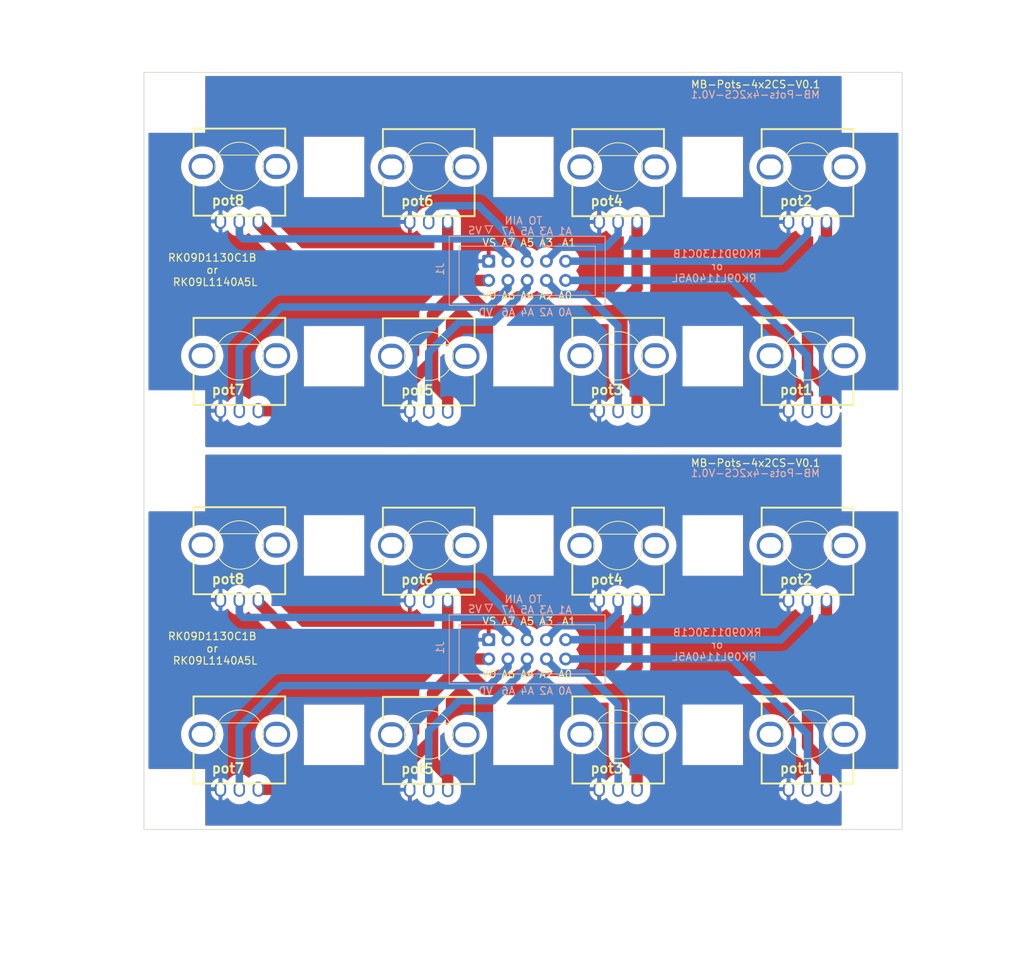
<source format=kicad_pcb>
(kicad_pcb (version 20221018) (generator pcbnew)
  (title_block (title "Pot 4 x 2"))
  (layers (0 "F.Cu" signal "Dessus.Cu") (31 "B.Cu" signal "Dessous.Cu") (34 "B.Paste" user "Dessous.Pate") (35 "F.Paste" user "Dessus.Pate") (36 "B.SilkS" user "Dessous.SilkS") (37 "F.SilkS" user "Dessus.SilkS") (38 "B.Mask" user "Dessous.Masque") (39 "F.Mask" user "Dessus.Masque") (44 "Edge.Cuts" user "Contours.Ci"))
  (net 0 "")
  (net 1 "VDD")
  (net 2 "GND")
  (net 3 "Net-(J1-A7)")
  (net 4 "Net-(J1-A6)")
  (net 5 "Net-(J1-A5)")
  (net 6 "Net-(J1-A4)")
  (net 7 "Net-(J1-A3)")
  (net 8 "Net-(J1-A2)")
  (net 9 "Net-(J1-A1)")
  (net 10 "Net-(J1-A0)")
  (footprint "ksir 2022:RK09L and RK09D" (layer "F.Cu") (at 149.5 73.5)
    (fp_text reference "pot2" (at -1.5 4.5) (layer "F.SilkS") (effects (font (size 1.27 1.27) (thickness 0.254))))
    (fp_text value "POTA" hide)
    (pad "1" thru_hole oval locked (at -2.5 7.251136) (size 1.5 2) (drill oval 1 1.5) (layers "*.Cu" "*.Mask") (net 2 "GND"))
    (pad "2" thru_hole oval locked (at -0.006614 7.253307) (size 1.5 2) (drill oval 1 1.5) (layers "*.Cu" "*.Mask") (net 9 "Net-(J1-A1)"))
    (pad "3" thru_hole oval locked (at 2.5 7.246692) (size 1.5 2) (drill oval 1 1.5) (layers "*.Cu" "*.Mask") (net 1 "VDD"))
    (pad "4" thru_hole oval locked (at -4.9 0 90) (size 3.3 3.6) (drill oval 2.2 2.8) (layers "*.Cu" "*.Mask"))
    (pad "4" thru_hole oval locked (at 4.9 0 90) (size 3.3 3.6) (drill oval 2.2 2.8) (layers "*.Cu" "*.Mask"))
  )
  (footprint "ksir 2022:RK09L and RK09D" (layer "F.Cu") (at 124.5 73.5)
    (fp_text reference "pot4" (at -1.5 4.5) (layer "F.SilkS") (effects (font (size 1.27 1.27) (thickness 0.254))))
    (fp_text value "POTA" hide)
    (pad "1" thru_hole oval locked (at -2.5 7.251136) (size 1.5 2) (drill oval 1 1.5) (layers "*.Cu" "*.Mask") (net 2 "GND"))
    (pad "2" thru_hole oval locked (at -0.006614 7.253307) (size 1.5 2) (drill oval 1 1.5) (layers "*.Cu" "*.Mask") (net 7 "Net-(J1-A3)"))
    (pad "3" thru_hole oval locked (at 2.5 7.246692) (size 1.5 2) (drill oval 1 1.5) (layers "*.Cu" "*.Mask") (net 1 "VDD"))
    (pad "4" thru_hole oval locked (at -4.9 0 90) (size 3.3 3.6) (drill oval 2.2 2.8) (layers "*.Cu" "*.Mask"))
    (pad "4" thru_hole oval locked (at 4.9 0 90) (size 3.3 3.6) (drill oval 2.2 2.8) (layers "*.Cu" "*.Mask"))
  )
  (footprint "ksir 2022:RK09L and RK09D" (layer "F.Cu") (at 124.5 98.436846)
    (fp_text reference "pot3" (at -1.5 4.5) (layer "F.SilkS") (effects (font (size 1.27 1.27) (thickness 0.254))))
    (fp_text value "POTA" hide)
    (pad "1" thru_hole oval locked (at -2.5 7.251136) (size 1.5 2) (drill oval 1 1.5) (layers "*.Cu" "*.Mask") (net 2 "GND"))
    (pad "2" thru_hole oval locked (at -0.006614 7.253307) (size 1.5 2) (drill oval 1 1.5) (layers "*.Cu" "*.Mask") (net 8 "Net-(J1-A2)"))
    (pad "3" thru_hole oval locked (at 2.5 7.246692) (size 1.5 2) (drill oval 1 1.5) (layers "*.Cu" "*.Mask") (net 1 "VDD"))
    (pad "4" thru_hole oval locked (at -4.9 0 90) (size 3.3 3.6) (drill oval 2.2 2.8) (layers "*.Cu" "*.Mask"))
    (pad "4" thru_hole oval locked (at 4.9 0 90) (size 3.3 3.6) (drill oval 2.2 2.8) (layers "*.Cu" "*.Mask"))
  )
  (footprint "ksir 2022:RK09L and RK09D" (layer "F.Cu") (at 99.5 73.5)
    (fp_text reference "pot6" (at -1.5 4.5) (layer "F.SilkS") (effects (font (size 1.27 1.27) (thickness 0.254))))
    (fp_text value "POTA" hide)
    (pad "1" thru_hole oval locked (at -2.5 7.251136) (size 1.5 2) (drill oval 1 1.5) (layers "*.Cu" "*.Mask") (net 2 "GND"))
    (pad "2" thru_hole oval locked (at -0.006614 7.253307) (size 1.5 2) (drill oval 1 1.5) (layers "*.Cu" "*.Mask") (net 5 "Net-(J1-A5)"))
    (pad "3" thru_hole oval locked (at 2.5 7.246692) (size 1.5 2) (drill oval 1 1.5) (layers "*.Cu" "*.Mask") (net 1 "VDD"))
    (pad "4" thru_hole oval locked (at -4.9 0 90) (size 3.3 3.6) (drill oval 2.2 2.8) (layers "*.Cu" "*.Mask"))
    (pad "4" thru_hole oval locked (at 4.9 0 90) (size 3.3 3.6) (drill oval 2.2 2.8) (layers "*.Cu" "*.Mask"))
  )
  (footprint "ksir 2022:RK09L and RK09D" (layer "F.Cu") (at 99.5 98.5)
    (fp_text reference "pot5" (at -1.5 4.5) (layer "F.SilkS") (effects (font (size 1.27 1.27) (thickness 0.254))))
    (fp_text value "POTA" hide)
    (pad "1" thru_hole oval locked (at -2.5 7.251136) (size 1.5 2) (drill oval 1 1.5) (layers "*.Cu" "*.Mask") (net 2 "GND"))
    (pad "2" thru_hole oval locked (at -0.006614 7.253307) (size 1.5 2) (drill oval 1 1.5) (layers "*.Cu" "*.Mask") (net 6 "Net-(J1-A4)"))
    (pad "3" thru_hole oval locked (at 2.5 7.246692) (size 1.5 2) (drill oval 1 1.5) (layers "*.Cu" "*.Mask") (net 1 "VDD"))
    (pad "4" thru_hole oval locked (at -4.9 0 90) (size 3.3 3.6) (drill oval 2.2 2.8) (layers "*.Cu" "*.Mask"))
    (pad "4" thru_hole oval locked (at 4.9 0 90) (size 3.3 3.6) (drill oval 2.2 2.8) (layers "*.Cu" "*.Mask"))
  )
  (footprint "ksir 2022:RK09L and RK09D" (layer "F.Cu") (at 74.5 73.436846)
    (fp_text reference "pot8" (at -1.5 4.5) (layer "F.SilkS") (effects (font (size 1.27 1.27) (thickness 0.254))))
    (fp_text value "POTA" hide)
    (pad "1" thru_hole oval locked (at -2.5 7.251136) (size 1.5 2) (drill oval 1 1.5) (layers "*.Cu" "*.Mask") (net 2 "GND"))
    (pad "2" thru_hole oval locked (at -0.006614 7.253307) (size 1.5 2) (drill oval 1 1.5) (layers "*.Cu" "*.Mask") (net 3 "Net-(J1-A7)"))
    (pad "3" thru_hole oval locked (at 2.5 7.246692) (size 1.5 2) (drill oval 1 1.5) (layers "*.Cu" "*.Mask") (net 1 "VDD"))
    (pad "4" thru_hole oval locked (at -4.9 0 90) (size 3.3 3.6) (drill oval 2.2 2.8) (layers "*.Cu" "*.Mask"))
    (pad "4" thru_hole oval locked (at 4.9 0 90) (size 3.3 3.6) (drill oval 2.2 2.8) (layers "*.Cu" "*.Mask"))
  )
  (footprint "ksir 2022:RK09L and RK09D" (layer "F.Cu") (at 74.5 98.436846)
    (fp_text reference "pot7" (at -1.5 4.5) (layer "F.SilkS") (effects (font (size 1.27 1.27) (thickness 0.254))))
    (fp_text value "POTA" hide)
    (pad "1" thru_hole oval locked (at -2.5 7.251136) (size 1.5 2) (drill oval 1 1.5) (layers "*.Cu" "*.Mask") (net 2 "GND"))
    (pad "2" thru_hole oval locked (at -0.006614 7.253307) (size 1.5 2) (drill oval 1 1.5) (layers "*.Cu" "*.Mask") (net 4 "Net-(J1-A6)"))
    (pad "3" thru_hole oval locked (at 2.5 7.246692) (size 1.5 2) (drill oval 1 1.5) (layers "*.Cu" "*.Mask") (net 1 "VDD"))
    (pad "4" thru_hole oval locked (at -4.9 0 90) (size 3.3 3.6) (drill oval 2.2 2.8) (layers "*.Cu" "*.Mask"))
    (pad "4" thru_hole oval locked (at 4.9 0 90) (size 3.3 3.6) (drill oval 2.2 2.8) (layers "*.Cu" "*.Mask"))
  )
  (footprint "ksir 2022:RK09L and RK09D" (layer "F.Cu") (at 149.5 98.436846)
    (fp_text reference "pot1" (at -1.5 4.5) (layer "F.SilkS") (effects (font (size 1.27 1.27) (thickness 0.254))))
    (fp_text value "POTA" hide)
    (pad "1" thru_hole oval locked (at -2.5 7.251136) (size 1.5 2) (drill oval 1 1.5) (layers "*.Cu" "*.Mask") (net 2 "GND"))
    (pad "2" thru_hole oval locked (at -0.006614 7.253307) (size 1.5 2) (drill oval 1 1.5) (layers "*.Cu" "*.Mask") (net 10 "Net-(J1-A0)"))
    (pad "3" thru_hole oval locked (at 2.5 7.246692) (size 1.5 2) (drill oval 1 1.5) (layers "*.Cu" "*.Mask") (net 1 "VDD"))
    (pad "4" thru_hole oval locked (at -4.9 0 90) (size 3.3 3.6) (drill oval 2.2 2.8) (layers "*.Cu" "*.Mask"))
    (pad "4" thru_hole oval locked (at 4.9 0 90) (size 3.3 3.6) (drill oval 2.2 2.8) (layers "*.Cu" "*.Mask"))
  )
  (footprint "ksir 2022:RK09L and RK09D" (layer "F.Cu") (at 149.5 23.5)
    (fp_text reference "pot2" (at -1.5 4.5) (layer "F.SilkS") (effects (font (size 1.27 1.27) (thickness 0.254))))
    (fp_text value "POTA" hide)
    (pad "1" thru_hole oval locked (at -2.5 7.251136) (size 1.5 2) (drill oval 1 1.5) (layers "*.Cu" "*.Mask") (net 2 "GND"))
    (pad "2" thru_hole oval locked (at -0.006614 7.253307) (size 1.5 2) (drill oval 1 1.5) (layers "*.Cu" "*.Mask") (net 9 "Net-(J1-A1)"))
    (pad "3" thru_hole oval locked (at 2.5 7.246692) (size 1.5 2) (drill oval 1 1.5) (layers "*.Cu" "*.Mask") (net 1 "VDD"))
    (pad "4" thru_hole oval locked (at -4.9 0 90) (size 3.3 3.6) (drill oval 2.2 2.8) (layers "*.Cu" "*.Mask"))
    (pad "4" thru_hole oval locked (at 4.9 0 90) (size 3.3 3.6) (drill oval 2.2 2.8) (layers "*.Cu" "*.Mask"))
  )
  (footprint "MountingHole:MountingHole_3.2mm_M3" (layer "F.Cu") (at 158 65)
    (fp_text reference "H1" hide)
    (fp_text value "MountingHole")
    (pad "" np_thru_hole circle (at 0 0) (size 3.2 3.2) (drill 3.2) (layers "*.Cu" "*.Mask"))
  )
  (footprint "ksir 2022:RK09L and RK09D" (layer "F.Cu") (at 99.5 48.5)
    (fp_text reference "pot5" (at -1.5 4.5) (layer "F.SilkS") (effects (font (size 1.27 1.27) (thickness 0.254))))
    (fp_text value "POTA" hide)
    (pad "1" thru_hole oval locked (at -2.5 7.251136) (size 1.5 2) (drill oval 1 1.5) (layers "*.Cu" "*.Mask") (net 2 "GND"))
    (pad "2" thru_hole oval locked (at -0.006614 7.253307) (size 1.5 2) (drill oval 1 1.5) (layers "*.Cu" "*.Mask") (net 6 "Net-(J1-A4)"))
    (pad "3" thru_hole oval locked (at 2.5 7.246692) (size 1.5 2) (drill oval 1 1.5) (layers "*.Cu" "*.Mask") (net 1 "VDD"))
    (pad "4" thru_hole oval locked (at -4.9 0 90) (size 3.3 3.6) (drill oval 2.2 2.8) (layers "*.Cu" "*.Mask"))
    (pad "4" thru_hole oval locked (at 4.9 0 90) (size 3.3 3.6) (drill oval 2.2 2.8) (layers "*.Cu" "*.Mask"))
  )
  (footprint "ksir 2022:RK09L and RK09D" (layer "F.Cu") (at 149.5 48.436846)
    (fp_text reference "pot1" (at -1.5 4.5) (layer "F.SilkS") (effects (font (size 1.27 1.27) (thickness 0.254))))
    (fp_text value "POTA" hide)
    (pad "1" thru_hole oval locked (at -2.5 7.251136) (size 1.5 2) (drill oval 1 1.5) (layers "*.Cu" "*.Mask") (net 2 "GND"))
    (pad "2" thru_hole oval locked (at -0.006614 7.253307) (size 1.5 2) (drill oval 1 1.5) (layers "*.Cu" "*.Mask") (net 10 "Net-(J1-A0)"))
    (pad "3" thru_hole oval locked (at 2.5 7.246692) (size 1.5 2) (drill oval 1 1.5) (layers "*.Cu" "*.Mask") (net 1 "VDD"))
    (pad "4" thru_hole oval locked (at -4.9 0 90) (size 3.3 3.6) (drill oval 2.2 2.8) (layers "*.Cu" "*.Mask"))
    (pad "4" thru_hole oval locked (at 4.9 0 90) (size 3.3 3.6) (drill oval 2.2 2.8) (layers "*.Cu" "*.Mask"))
  )
  (footprint "MountingHole:MountingHole_3.2mm_M3" (layer "F.Cu") (at 87 73.5)
    (fp_text reference "H10" hide)
    (fp_text value "MountingHole")
    (pad "" np_thru_hole circle (at 0 0) (size 3.2 3.2) (drill 3.2) (layers "*.Cu" "*.Mask"))
  )
  (footprint "MountingHole:MountingHole_3.2mm_M3" (layer "F.Cu") (at 158 107)
    (fp_text reference "H2" hide)
    (fp_text value "MountingHole")
    (pad "" np_thru_hole circle (at 0 0) (size 3.2 3.2) (drill 3.2) (layers "*.Cu" "*.Mask"))
  )
  (footprint "MountingHole:MountingHole_3.2mm_M3" (layer "F.Cu") (at 87 48.5)
    (fp_text reference "H9" hide)
    (fp_text value "MountingHole")
    (pad "" np_thru_hole circle (at 0 0) (size 3.2 3.2) (drill 3.2) (layers "*.Cu" "*.Mask"))
  )
  (footprint "MountingHole:MountingHole_3.2mm_M3" (layer "F.Cu") (at 66 15)
    (fp_text reference "H4" hide)
    (fp_text value "MountingHole")
    (pad "" np_thru_hole circle (at 0 0) (size 3.2 3.2) (drill 3.2) (layers "*.Cu" "*.Mask"))
  )
  (footprint "ksir 2022:RK09L and RK09D" (layer "F.Cu") (at 74.5 48.436846)
    (fp_text reference "pot7" (at -1.5 4.5) (layer "F.SilkS") (effects (font (size 1.27 1.27) (thickness 0.254))))
    (fp_text value "POTA" hide)
    (pad "1" thru_hole oval locked (at -2.5 7.251136) (size 1.5 2) (drill oval 1 1.5) (layers "*.Cu" "*.Mask") (net 2 "GND"))
    (pad "2" thru_hole oval locked (at -0.006614 7.253307) (size 1.5 2) (drill oval 1 1.5) (layers "*.Cu" "*.Mask") (net 4 "Net-(J1-A6)"))
    (pad "3" thru_hole oval locked (at 2.5 7.246692) (size 1.5 2) (drill oval 1 1.5) (layers "*.Cu" "*.Mask") (net 1 "VDD"))
    (pad "4" thru_hole oval locked (at -4.9 0 90) (size 3.3 3.6) (drill oval 2.2 2.8) (layers "*.Cu" "*.Mask"))
    (pad "4" thru_hole oval locked (at 4.9 0 90) (size 3.3 3.6) (drill oval 2.2 2.8) (layers "*.Cu" "*.Mask"))
  )
  (footprint "ksir 2022:CUT" (layer "F.Cu") (at 145 61)
    (fp_text reference "REF**" hide)
    (fp_text value "CUT" hide)
    (pad "" np_thru_hole oval (at 0 0) (size 30 0.5) (drill oval 30 0.5) (layers "F&B.Cu" "*.Mask"))
    (pad "" np_thru_hole oval (at 0 0) (size 30 0.5) (drill oval 30 0.5) (layers "F&B.Cu" "*.Mask"))
  )
  (footprint "MountingHole:MountingHole_3.2mm_M3" (layer "F.Cu") (at 66 65)
    (fp_text reference "H4" hide)
    (fp_text value "MountingHole")
    (pad "" np_thru_hole circle (at 0 0) (size 3.2 3.2) (drill 3.2) (layers "*.Cu" "*.Mask"))
  )
  (footprint "MountingHole:MountingHole_3.2mm_M3" (layer "F.Cu") (at 87 23.5)
    (fp_text reference "H10" hide)
    (fp_text value "MountingHole")
    (pad "" np_thru_hole circle (at 0 0) (size 3.2 3.2) (drill 3.2) (layers "*.Cu" "*.Mask"))
  )
  (footprint "MountingHole:MountingHole_3.2mm_M3" (layer "F.Cu") (at 112 98.5)
    (fp_text reference "H8" hide)
    (fp_text value "MountingHole")
    (pad "" np_thru_hole circle (at 0 0) (size 3.2 3.2) (drill 3.2) (layers "*.Cu" "*.Mask"))
  )
  (footprint "ksir 2022:RK09L and RK09D" (layer "F.Cu") (at 74.5 23.436846)
    (fp_text reference "pot8" (at -1.5 4.5) (layer "F.SilkS") (effects (font (size 1.27 1.27) (thickness 0.254))))
    (fp_text value "POTA" hide)
    (pad "1" thru_hole oval locked (at -2.5 7.251136) (size 1.5 2) (drill oval 1 1.5) (layers "*.Cu" "*.Mask") (net 2 "GND"))
    (pad "2" thru_hole oval locked (at -0.006614 7.253307) (size 1.5 2) (drill oval 1 1.5) (layers "*.Cu" "*.Mask") (net 3 "Net-(J1-A7)"))
    (pad "3" thru_hole oval locked (at 2.5 7.246692) (size 1.5 2) (drill oval 1 1.5) (layers "*.Cu" "*.Mask") (net 1 "VDD"))
    (pad "4" thru_hole oval locked (at -4.9 0 90) (size 3.3 3.6) (drill oval 2.2 2.8) (layers "*.Cu" "*.Mask"))
    (pad "4" thru_hole oval locked (at 4.9 0 90) (size 3.3 3.6) (drill oval 2.2 2.8) (layers "*.Cu" "*.Mask"))
  )
  (footprint "MountingHole:MountingHole_3.2mm_M3" (layer "F.Cu") (at 87 98.5)
    (fp_text reference "H9" hide)
    (fp_text value "MountingHole")
    (pad "" np_thru_hole circle (at 0 0) (size 3.2 3.2) (drill 3.2) (layers "*.Cu" "*.Mask"))
  )
  (footprint "MountingHole:MountingHole_3.2mm_M3" (layer "F.Cu") (at 112 23.5)
    (fp_text reference "H6" hide)
    (fp_text value "MountingHole")
    (pad "" np_thru_hole circle (at 0 0) (size 3.2 3.2) (drill 3.2) (layers "*.Cu" "*.Mask"))
  )
  (footprint "ksir 2022:CUT" (layer "F.Cu") (at 79 61)
    (fp_text reference "REF**" hide)
    (fp_text value "CUT" hide)
    (pad "" np_thru_hole oval (at 0 0) (size 30 0.5) (drill oval 30 0.5) (layers "*.Cu" "*.Mask"))
    (pad "" np_thru_hole oval (at 0 0) (size 30 0.5) (drill oval 30 0.5) (layers "*.Cu" "*.Mask"))
  )
  (footprint "MountingHole:MountingHole_3.2mm_M3" (layer "F.Cu") (at 137 73.5)
    (fp_text reference "H7" hide)
    (fp_text value "MountingHole")
    (pad "" np_thru_hole circle (at 0 0) (size 3.2 3.2) (drill 3.2) (layers "*.Cu" "*.Mask"))
  )
  (footprint "ksir 2022:RK09L and RK09D" (layer "F.Cu") (at 124.5 23.5)
    (fp_text reference "pot4" (at -1.5 4.5) (layer "F.SilkS") (effects (font (size 1.27 1.27) (thickness 0.254))))
    (fp_text value "POTA" hide)
    (pad "1" thru_hole oval locked (at -2.5 7.251136) (size 1.5 2) (drill oval 1 1.5) (layers "*.Cu" "*.Mask") (net 2 "GND"))
    (pad "2" thru_hole oval locked (at -0.006614 7.253307) (size 1.5 2) (drill oval 1 1.5) (layers "*.Cu" "*.Mask") (net 7 "Net-(J1-A3)"))
    (pad "3" thru_hole oval locked (at 2.5 7.246692) (size 1.5 2) (drill oval 1 1.5) (layers "*.Cu" "*.Mask") (net 1 "VDD"))
    (pad "4" thru_hole oval locked (at -4.9 0 90) (size 3.3 3.6) (drill oval 2.2 2.8) (layers "*.Cu" "*.Mask"))
    (pad "4" thru_hole oval locked (at 4.9 0 90) (size 3.3 3.6) (drill oval 2.2 2.8) (layers "*.Cu" "*.Mask"))
  )
  (footprint "ksir 2022:CUT" (layer "F.Cu") (at 112 61)
    (fp_text reference "REF**" hide)
    (fp_text value "CUT" hide)
    (pad "" np_thru_hole oval (at 0 0) (size 30 0.5) (drill oval 30 0.5) (layers "*.Cu" "*.Mask"))
    (pad "" np_thru_hole oval (at 0 0) (size 30 0.5) (drill oval 30 0.5) (layers "*.Cu" "*.Mask"))
  )
  (footprint "MountingHole:MountingHole_3.2mm_M3" (layer "F.Cu") (at 112 73.5)
    (fp_text reference "H6" hide)
    (fp_text value "MountingHole")
    (pad "" np_thru_hole circle (at 0 0) (size 3.2 3.2) (drill 3.2) (layers "*.Cu" "*.Mask"))
  )
  (footprint "MountingHole:MountingHole_3.2mm_M3" (layer "F.Cu") (at 112 48.5)
    (fp_text reference "H8" hide)
    (fp_text value "MountingHole")
    (pad "" np_thru_hole circle (at 0 0) (size 3.2 3.2) (drill 3.2) (layers "*.Cu" "*.Mask"))
  )
  (footprint "ksir 2022:RK09L and RK09D" (layer "F.Cu") (at 99.5 23.5)
    (fp_text reference "pot6" (at -1.5 4.5) (layer "F.SilkS") (effects (font (size 1.27 1.27) (thickness 0.254))))
    (fp_text value "POTA" hide)
    (pad "1" thru_hole oval locked (at -2.5 7.251136) (size 1.5 2) (drill oval 1 1.5) (layers "*.Cu" "*.Mask") (net 2 "GND"))
    (pad "2" thru_hole oval locked (at -0.006614 7.253307) (size 1.5 2) (drill oval 1 1.5) (layers "*.Cu" "*.Mask") (net 5 "Net-(J1-A5)"))
    (pad "3" thru_hole oval locked (at 2.5 7.246692) (size 1.5 2) (drill oval 1 1.5) (layers "*.Cu" "*.Mask") (net 1 "VDD"))
    (pad "4" thru_hole oval locked (at -4.9 0 90) (size 3.3 3.6) (drill oval 2.2 2.8) (layers "*.Cu" "*.Mask"))
    (pad "4" thru_hole oval locked (at 4.9 0 90) (size 3.3 3.6) (drill oval 2.2 2.8) (layers "*.Cu" "*.Mask"))
  )
  (footprint "MountingHole:MountingHole_3.2mm_M3" (layer "F.Cu") (at 66 57)
    (fp_text reference "H3" hide)
    (fp_text value "MountingHole")
    (pad "" np_thru_hole circle (at 0 0) (size 3.2 3.2) (drill 3.2) (layers "*.Cu" "*.Mask"))
  )
  (footprint "MountingHole:MountingHole_3.2mm_M3" (layer "F.Cu") (at 137 23.5)
    (fp_text reference "H7" hide)
    (fp_text value "MountingHole")
    (pad "" np_thru_hole circle (at 0 0) (size 3.2 3.2) (drill 3.2) (layers "*.Cu" "*.Mask"))
  )
  (footprint "MountingHole:MountingHole_3.2mm_M3" (layer "F.Cu") (at 137 48.5)
    (fp_text reference "H5" hide)
    (fp_text value "MountingHole")
    (pad "" np_thru_hole circle (at 0 0) (size 3.2 3.2) (drill 3.2) (layers "*.Cu" "*.Mask"))
  )
  (footprint "MountingHole:MountingHole_3.2mm_M3" (layer "F.Cu") (at 158 57)
    (fp_text reference "H2" hide)
    (fp_text value "MountingHole")
    (pad "" np_thru_hole circle (at 0 0) (size 3.2 3.2) (drill 3.2) (layers "*.Cu" "*.Mask"))
  )
  (footprint "MountingHole:MountingHole_3.2mm_M3" (layer "F.Cu") (at 137 98.5)
    (fp_text reference "H5" hide)
    (fp_text value "MountingHole")
    (pad "" np_thru_hole circle (at 0 0) (size 3.2 3.2) (drill 3.2) (layers "*.Cu" "*.Mask"))
  )
  (footprint "MountingHole:MountingHole_3.2mm_M3" (layer "F.Cu") (at 158 15)
    (fp_text reference "H1" hide)
    (fp_text value "MountingHole")
    (pad "" np_thru_hole circle (at 0 0) (size 3.2 3.2) (drill 3.2) (layers "*.Cu" "*.Mask"))
  )
  (footprint "ksir 2022:RK09L and RK09D" (layer "F.Cu") (at 124.5 48.436846)
    (fp_text reference "pot3" (at -1.5 4.5) (layer "F.SilkS") (effects (font (size 1.27 1.27) (thickness 0.254))))
    (fp_text value "POTA" hide)
    (pad "1" thru_hole oval locked (at -2.5 7.251136) (size 1.5 2) (drill oval 1 1.5) (layers "*.Cu" "*.Mask") (net 2 "GND"))
    (pad "2" thru_hole oval locked (at -0.006614 7.253307) (size 1.5 2) (drill oval 1 1.5) (layers "*.Cu" "*.Mask") (net 8 "Net-(J1-A2)"))
    (pad "3" thru_hole oval locked (at 2.5 7.246692) (size 1.5 2) (drill oval 1 1.5) (layers "*.Cu" "*.Mask") (net 1 "VDD"))
    (pad "4" thru_hole oval locked (at -4.9 0 90) (size 3.3 3.6) (drill oval 2.2 2.8) (layers "*.Cu" "*.Mask"))
    (pad "4" thru_hole oval locked (at 4.9 0 90) (size 3.3 3.6) (drill oval 2.2 2.8) (layers "*.Cu" "*.Mask"))
  )
  (footprint "MountingHole:MountingHole_3.2mm_M3" (layer "F.Cu") (at 66 107)
    (fp_text reference "H3" hide)
    (fp_text value "MountingHole")
    (pad "" np_thru_hole circle (at 0 0) (size 3.2 3.2) (drill 3.2) (layers "*.Cu" "*.Mask"))
  )
  (footprint "Connector_IDC:IDC-Header_2x05_P2.54mm_Vertical" (layer "B.Cu") (at 107.414 85.946 -90)
    (fp_text reference "J1" (at 1.054 6.414 90) (layer "B.SilkS") (effects (justify mirror)))
    (fp_text value "IDC-Header_2x05_P2.54mm_Vertical")
    (pad "1" thru_hole roundrect locked (at 0 0 270) (size 1.7 1.7) (drill 1) (layers "*.Cu" "*.Mask") (roundrect_rratio 0.1470588235) (net 2 "GND"))
    (pad "2" thru_hole circle locked (at 2.54 0 270) (size 1.7 1.7) (drill 1) (layers "*.Cu" "*.Mask") (net 1 "VDD"))
    (pad "3" thru_hole circle locked (at 0 -2.54 270) (size 1.7 1.7) (drill 1) (layers "*.Cu" "*.Mask") (net 3 "Net-(J1-A7)"))
    (pad "4" thru_hole circle locked (at 2.54 -2.54 270) (size 1.7 1.7) (drill 1) (layers "*.Cu" "*.Mask") (net 4 "Net-(J1-A6)"))
    (pad "5" thru_hole circle locked (at 0 -5.08 270) (size 1.7 1.7) (drill 1) (layers "*.Cu" "*.Mask") (net 5 "Net-(J1-A5)"))
    (pad "6" thru_hole circle locked (at 2.54 -5.08 270) (size 1.7 1.7) (drill 1) (layers "*.Cu" "*.Mask") (net 6 "Net-(J1-A4)"))
    (pad "7" thru_hole circle locked (at 0 -7.62 270) (size 1.7 1.7) (drill 1) (layers "*.Cu" "*.Mask") (net 7 "Net-(J1-A3)"))
    (pad "8" thru_hole circle locked (at 2.54 -7.62 270) (size 1.7 1.7) (drill 1) (layers "*.Cu" "*.Mask") (net 8 "Net-(J1-A2)"))
    (pad "9" thru_hole circle locked (at 0 -10.16 270) (size 1.7 1.7) (drill 1) (layers "*.Cu" "*.Mask") (net 9 "Net-(J1-A1)"))
    (pad "10" thru_hole circle locked (at 2.54 -10.16 270) (size 1.7 1.7) (drill 1) (layers "*.Cu" "*.Mask") (net 10 "Net-(J1-A0)"))
  )
  (footprint "Connector_IDC:IDC-Header_2x05_P2.54mm_Vertical" (layer "B.Cu") (at 107.414 35.946 -90)
    (fp_text reference "J1" (at 1.054 6.414 90) (layer "B.SilkS") (effects (justify mirror)))
    (fp_text value "IDC-Header_2x05_P2.54mm_Vertical")
    (pad "1" thru_hole roundrect locked (at 0 0 270) (size 1.7 1.7) (drill 1) (layers "*.Cu" "*.Mask") (roundrect_rratio 0.1470588235) (net 2 "GND"))
    (pad "2" thru_hole circle locked (at 2.54 0 270) (size 1.7 1.7) (drill 1) (layers "*.Cu" "*.Mask") (net 1 "VDD"))
    (pad "3" thru_hole circle locked (at 0 -2.54 270) (size 1.7 1.7) (drill 1) (layers "*.Cu" "*.Mask") (net 3 "Net-(J1-A7)"))
    (pad "4" thru_hole circle locked (at 2.54 -2.54 270) (size 1.7 1.7) (drill 1) (layers "*.Cu" "*.Mask") (net 4 "Net-(J1-A6)"))
    (pad "5" thru_hole circle locked (at 0 -5.08 270) (size 1.7 1.7) (drill 1) (layers "*.Cu" "*.Mask") (net 5 "Net-(J1-A5)"))
    (pad "6" thru_hole circle locked (at 2.54 -5.08 270) (size 1.7 1.7) (drill 1) (layers "*.Cu" "*.Mask") (net 6 "Net-(J1-A4)"))
    (pad "7" thru_hole circle locked (at 0 -7.62 270) (size 1.7 1.7) (drill 1) (layers "*.Cu" "*.Mask") (net 7 "Net-(J1-A3)"))
    (pad "8" thru_hole circle locked (at 2.54 -7.62 270) (size 1.7 1.7) (drill 1) (layers "*.Cu" "*.Mask") (net 8 "Net-(J1-A2)"))
    (pad "9" thru_hole circle locked (at 0 -10.16 270) (size 1.7 1.7) (drill 1) (layers "*.Cu" "*.Mask") (net 9 "Net-(J1-A1)"))
    (pad "10" thru_hole circle locked (at 2.54 -10.16 270) (size 1.7 1.7) (drill 1) (layers "*.Cu" "*.Mask") (net 10 "Net-(J1-A0)"))
  )
  (gr_poly (pts (xy 61.9 11) (xy 162 11) (xy 162 111) (xy 61.9 111)) (stroke (width 0.1)) (fill none) (layer "Edge.Cuts"))
  (gr_text "A5" (at 112.5 82) (layer "B.SilkS") (effects (font (size 1 1)) (justify mirror)))
  (gr_text "A2" (at 115 92.7) (layer "B.SilkS") (effects (font (size 1 1)) (justify mirror)))
  (gr_text "A6" (at 110 42.7) (layer "B.SilkS") (effects (font (size 1 1)) (justify mirror)))
  (gr_text "TO AIN" (at 112 30.6) (layer "B.SilkS") (effects (font (size 1 1)) (justify mirror)))
  (gr_text "A6" (at 110 92.7) (layer "B.SilkS") (effects (font (size 1 1)) (justify mirror)))
  (gr_text "VD" (at 107 42.7) (layer "B.SilkS") (effects (font (size 1 1)) (justify mirror)))
  (gr_text "A5" (at 112.5 32) (layer "B.SilkS") (effects (font (size 1 1)) (justify mirror)))
  (gr_text "A1" (at 117.5 32) (layer "B.SilkS") (effects (font (size 1 1)) (justify mirror)))
  (gr_text "A4" (at 112.5 42.7) (layer "B.SilkS") (effects (font (size 1 1)) (justify mirror)))
  (gr_text "A3" (at 115 82) (layer "B.SilkS") (effects (font (size 1 1)) (justify mirror)))
  (gr_text "MB-Pots-4x2CS-V0.1" (at 142.6 13.95) (layer "B.SilkS") (effects (font (size 1 1)) (justify mirror)))
  (gr_text "A2" (at 115 42.7) (layer "B.SilkS") (effects (font (size 1 1)) (justify mirror)))
  (gr_text "A1" (at 117.5 82) (layer "B.SilkS") (effects (font (size 1 1)) (justify mirror)))
  (gr_text "TO AIN" (at 112 80.6) (layer "B.SilkS") (effects (font (size 1 1)) (justify mirror)))
  (gr_text "VS" (at 105.6 31.9) (layer "B.SilkS") (effects (font (size 1 1)) (justify mirror)))
  (gr_text "RK09D1130C1B \nor \nRK09L1140A5L" (at 137.2 86.6) (layer "B.SilkS") (effects (font (size 1 1)) (justify mirror)))
  (gr_text "A0" (at 117.5 42.7) (layer "B.SilkS") (effects (font (size 1 1)) (justify mirror)))
  (gr_text "VS" (at 105.6 81.9) (layer "B.SilkS") (effects (font (size 1 1)) (justify mirror)))
  (gr_text "VD" (at 107 92.7) (layer "B.SilkS") (effects (font (size 1 1)) (justify mirror)))
  (gr_text "RK09D1130C1B \nor \nRK09L1140A5L" (at 137.2 36.6) (layer "B.SilkS") (effects (font (size 1 1)) (justify mirror)))
  (gr_text "A0" (at 117.5 92.7) (layer "B.SilkS") (effects (font (size 1 1)) (justify mirror)))
  (gr_text "A7" (at 110 82) (layer "B.SilkS") (effects (font (size 1 1)) (justify mirror)))
  (gr_text "A7" (at 110 32) (layer "B.SilkS") (effects (font (size 1 1)) (justify mirror)))
  (gr_text "A4" (at 112.5 92.7) (layer "B.SilkS") (effects (font (size 1 1)) (justify mirror)))
  (gr_text "A3" (at 115 32) (layer "B.SilkS") (effects (font (size 1 1)) (justify mirror)))
  (gr_text "MB-Pots-4x2CS-V0.1" (at 142.6 63.95) (layer "B.SilkS") (effects (font (size 1 1)) (justify mirror)))
  (gr_text "VS" (at 107.5 33.5) (layer "F.SilkS") (effects (font (size 1 1))))
  (gr_text "A2" (at 115 90.5) (layer "F.SilkS") (effects (font (size 1 1))))
  (gr_text "VD" (at 107.5 40.5) (layer "F.SilkS") (effects (font (size 1 1))))
  (gr_text "A3" (at 115 83.5) (layer "F.SilkS") (effects (font (size 1 1))))
  (gr_text "MB-Pots-4x2CS-V0.1" (at 142.65 62.6) (layer "F.SilkS") (effects (font (size 1 1))))
  (gr_text "MB-Pots-4x2CS-V0.1" (at 142.65 12.6) (layer "F.SilkS") (effects (font (size 1 1))))
  (gr_text "VD" (at 107.5 90.5) (layer "F.SilkS") (effects (font (size 1 1))))
  (gr_text "A1" (at 118 83.5) (layer "F.SilkS") (effects (font (size 1 1))))
  (gr_text "A6" (at 110 40.5) (layer "F.SilkS") (effects (font (size 1 1))))
  (gr_text "RK09D1130C1B \nor \nRK09L1140A5L" (at 71.3 37.1) (layer "F.SilkS") (effects (font (size 1 1))))
  (gr_text "VS" (at 107.5 83.5) (layer "F.SilkS") (effects (font (size 1 1))))
  (gr_text "A0" (at 117.5 90.5) (layer "F.SilkS") (effects (font (size 1 1))))
  (gr_text "A7" (at 110 83.5) (layer "F.SilkS") (effects (font (size 1 1))))
  (gr_text "A7" (at 110 33.5) (layer "F.SilkS") (effects (font (size 1 1))))
  (gr_text "RK09D1130C1B \nor \nRK09L1140A5L" (at 71.3 87.1) (layer "F.SilkS") (effects (font (size 1 1))))
  (gr_text "A4" (at 112.5 40.5) (layer "F.SilkS") (effects (font (size 1 1))))
  (gr_text "A5" (at 112.5 33.5) (layer "F.SilkS") (effects (font (size 1 1))))
  (gr_text "A5" (at 112.5 83.5) (layer "F.SilkS") (effects (font (size 1 1))))
  (gr_text "A3" (at 115 33.5) (layer "F.SilkS") (effects (font (size 1 1))))
  (gr_text "A2" (at 115 40.5) (layer "F.SilkS") (effects (font (size 1 1))))
  (gr_text "A0" (at 117.5 40.5) (layer "F.SilkS") (effects (font (size 1 1))))
  (gr_text "A1" (at 118 33.5) (layer "F.SilkS") (effects (font (size 1 1))))
  (gr_text "A4" (at 112.5 90.5) (layer "F.SilkS") (effects (font (size 1 1))))
  (gr_text "A6" (at 110 90.5) (layer "F.SilkS") (effects (font (size 1 1))))
  (segment (start 127 80.746692) (end 127 89.5) (width 1.5) (layer "F.Cu") (net 1))
  (segment (start 104.514 88.486) (end 107.414 88.486) (width 1.5) (layer "F.Cu") (net 1))
  (segment (start 82 36) (end 102 36) (width 1.5) (layer "F.Cu") (net 1))
  (segment (start 125 93.5) (end 124 92.5) (width 1.5) (layer "F.Cu") (net 1))
  (segment (start 100 93) (end 104.5 88.5) (width 1.5) (layer "F.Cu") (net 1))
  (segment (start 100 102) (end 102 104) (width 1.5) (layer "F.Cu") (net 1))
  (segment (start 102 54) (end 102 55.3525) (width 1.5) (layer "F.Cu") (net 1))
  (segment (start 104.5 38.5) (end 104.514 38.486) (width 1.5) (layer "F.Cu") (net 1))
  (segment (start 127 89.5) (end 124 92.5) (width 1.5) (layer "F.Cu") (net 1))
  (segment (start 102 104) (end 102 105.3525) (width 1.5) (layer "F.Cu") (net 1))
  (segment (start 127 30.746692) (end 127 39.5) (width 1.5) (layer "F.Cu") (net 1))
  (segment (start 152 102.5) (end 149.5 100) (width 1.5) (layer "F.Cu") (net 1))
  (segment (start 104.5 90) (end 104.5 88.5) (width 1.5) (layer "F.Cu") (net 1))
  (segment (start 77 55.683538) (end 77.016462 55.7) (width 1.5) (layer "F.Cu") (net 1))
  (segment (start 124 92.5) (end 123.5 92.5) (width 1.5) (layer "F.Cu") (net 1))
  (segment (start 149.5 44.5) (end 147.5 42.5) (width 1.5) (layer "F.Cu") (net 1))
  (segment (start 102 86) (end 102 80.746692) (width 1.5) (layer "F.Cu") (net 1))
  (segment (start 102 36) (end 102 30.746692) (width 1.5) (layer "F.Cu") (net 1))
  (segment (start 152 55.375) (end 152 52.5) (width 1.5) (layer "F.Cu") (net 1))
  (segment (start 104.5 40) (end 104.5 38.5) (width 1.5) (layer "F.Cu") (net 1))
  (segment (start 127 103) (end 125 101) (width 1.5) (layer "F.Cu") (net 1))
  (segment (start 93.377027 55.7) (end 100 49.077027) (width 1.5) (layer "F.Cu") (net 1))
  (segment (start 100 98) (end 100 102) (width 1.5) (layer "F.Cu") (net 1))
  (segment (start 127 53) (end 125 51) (width 1.5) (layer "F.Cu") (net 1))
  (segment (start 147 42.5) (end 107 42.5) (width 1.5) (layer "F.Cu") (net 1))
  (segment (start 125 43.5) (end 124 42.5) (width 1.5) (layer "F.Cu") (net 1))
  (segment (start 82 86) (end 102 86) (width 1.5) (layer "F.Cu") (net 1))
  (segment (start 77.016462 55.7) (end 93.377027 55.7) (width 1.5) (layer "F.Cu") (net 1))
  (segment (start 104.5 88.5) (end 104.514 88.486) (width 1.5) (layer "F.Cu") (net 1))
  (segment (start 152 80.746692) (end 152 87.5) (width 1.5) (layer "F.Cu") (net 1))
  (segment (start 100 99.077027) (end 100 93) (width 1.5) (layer "F.Cu") (net 1))
  (segment (start 93.377027 105.7) (end 100 99.077027) (width 1.5) (layer "F.Cu") (net 1))
  (segment (start 77 81) (end 82 86) (width 1.5) (layer "F.Cu") (net 1))
  (segment (start 152 52.5) (end 149.5 50) (width 1.5) (layer "F.Cu") (net 1))
  (segment (start 77.016462 105.7) (end 93.377027 105.7) (width 1.5) (layer "F.Cu") (net 1))
  (segment (start 149.5 94.5) (end 147.5 92.5) (width 1.5) (layer "F.Cu") (net 1))
  (segment (start 100 52) (end 102 54) (width 1.5) (layer "F.Cu") (net 1))
  (segment (start 100 49.077027) (end 100 43) (width 1.5) (layer "F.Cu") (net 1))
  (segment (start 107 42.5) (end 104.5 40) (width 1.5) (layer "F.Cu") (net 1))
  (segment (start 127 55.3525) (end 127 53) (width 1.5) (layer "F.Cu") (net 1))
  (segment (start 124 42.5) (end 123.5 42.5) (width 1.5) (layer "F.Cu") (net 1))
  (segment (start 100 43) (end 104.5 38.5) (width 1.5) (layer "F.Cu") (net 1))
  (segment (start 149.5 100) (end 149.5 94.5) (width 1.5) (layer "F.Cu") (net 1))
  (segment (start 77 105.683538) (end 77.016462 105.7) (width 1.5) (layer "F.Cu") (net 1))
  (segment (start 104.5 88.5) (end 102 86) (width 1.5) (layer "F.Cu") (net 1))
  (segment (start 152 105.375) (end 152 102.5) (width 1.5) (layer "F.Cu") (net 1))
  (segment (start 149.5 50) (end 149.5 44.5) (width 1.5) (layer "F.Cu") (net 1))
  (segment (start 147 92.5) (end 107 92.5) (width 1.5) (layer "F.Cu") (net 1))
  (segment (start 152 30.746692) (end 152 37.5) (width 1.5) (layer "F.Cu") (net 1))
  (segment (start 100 48) (end 100 52) (width 1.5) (layer "F.Cu") (net 1))
  (segment (start 127 105.3525) (end 127 103) (width 1.5) (layer "F.Cu") (net 1))
  (segment (start 127 39.5) (end 124 42.5) (width 1.5) (layer "F.Cu") (net 1))
  (segment (start 104.514 38.486) (end 107.414 38.486) (width 1.5) (layer "F.Cu") (net 1))
  (segment (start 104.5 38.5) (end 102 36) (width 1.5) (layer "F.Cu") (net 1))
  (segment (start 125 51) (end 125 43.5) (width 1.5) (layer "F.Cu") (net 1))
  (segment (start 152 37.5) (end 147 42.5) (width 1.5) (layer "F.Cu") (net 1))
  (segment (start 107 92.5) (end 104.5 90) (width 1.5) (layer "F.Cu") (net 1))
  (segment (start 152 87.5) (end 147 92.5) (width 1.5) (layer "F.Cu") (net 1))
  (segment (start 77 31) (end 82 36) (width 1.5) (layer "F.Cu") (net 1))
  (segment (start 125 101) (end 125 93.5) (width 1.5) (layer "F.Cu") (net 1))
  (segment (start 74.5 32.5) (end 74.5 30.375) (width 1) (layer "B.Cu") (net 3))
  (segment (start 75 33) (end 74.5 32.5) (width 1) (layer "B.Cu") (net 3))
  (segment (start 109.954 85.454) (end 107.5 83) (width 1) (layer "B.Cu") (net 3))
  (segment (start 107.5 83) (end 75 83) (width 1) (layer "B.Cu") (net 3))
  (segment (start 107.5 33) (end 75 33) (width 1) (layer "B.Cu") (net 3))
  (segment (start 109.954 35.454) (end 107.5 33) (width 1) (layer "B.Cu") (net 3))
  (segment (start 109.954 35.946) (end 109.954 35.454) (width 1) (layer "B.Cu") (net 3))
  (segment (start 74.5 82.5) (end 74.5 80.375) (width 1) (layer "B.Cu") (net 3))
  (segment (start 109.954 85.946) (end 109.954 85.454) (width 1) (layer "B.Cu") (net 3))
  (segment (start 75 83) (end 74.5 82.5) (width 1) (layer "B.Cu") (net 3))
  (segment (start 74.5 55.375) (end 74.5 47.5) (width 1) (layer "B.Cu") (net 4))
  (segment (start 109.954 39.546) (end 109.954 38.486) (width 1) (layer "B.Cu") (net 4))
  (segment (start 74.5 105.375) (end 74.5 97.5) (width 1) (layer "B.Cu") (net 4))
  (segment (start 107.5 92) (end 109.954 89.546) (width 1) (layer "B.Cu") (net 4))
  (segment (start 80 42) (end 107.5 42) (width 1) (layer "B.Cu") (net 4))
  (segment (start 80 92) (end 107.5 92) (width 1) (layer "B.Cu") (net 4))
  (segment (start 109.954 89.546) (end 109.954 88.486) (width 1) (layer "B.Cu") (net 4))
  (segment (start 74.5 47.5) (end 80 42) (width 1) (layer "B.Cu") (net 4))
  (segment (start 107.5 42) (end 109.954 39.546) (width 1) (layer "B.Cu") (net 4))
  (segment (start 74.5 97.5) (end 80 92) (width 1) (layer "B.Cu") (net 4))
  (segment (start 99.5 79.585787) (end 100.460787 78.625) (width 1) (layer "B.Cu") (net 5))
  (segment (start 100.460787 78.625) (end 106.125 78.625) (width 1) (layer "B.Cu") (net 5))
  (segment (start 106.125 28.625) (end 112.494 34.994) (width 1) (layer "B.Cu") (net 5))
  (segment (start 106.125 78.625) (end 112.494 84.994) (width 1) (layer "B.Cu") (net 5))
  (segment (start 99.5 30.375) (end 99.5 29.585787) (width 1) (layer "B.Cu") (net 5))
  (segment (start 112.494 84.994) (end 112.494 85.946) (width 1) (layer "B.Cu") (net 5))
  (segment (start 99.5 29.585787) (end 100.460787 28.625) (width 1) (layer "B.Cu") (net 5))
  (segment (start 112.494 34.994) (end 112.494 35.946) (width 1) (layer "B.Cu") (net 5))
  (segment (start 100.460787 28.625) (end 106.125 28.625) (width 1) (layer "B.Cu") (net 5))
  (segment (start 99.5 80.375) (end 99.5 79.585787) (width 1) (layer "B.Cu") (net 5))
  (segment (start 99.5 106) (end 99.5 98) (width 1) (layer "B.Cu") (net 6))
  (segment (start 108 44) (end 112.494 39.506) (width 1) (layer "B.Cu") (net 6))
  (segment (start 103.5 94) (end 108 94) (width 1) (layer "B.Cu") (net 6))
  (segment (start 99.5 98) (end 103.5 94) (width 1) (layer "B.Cu") (net 6))
  (segment (start 99.5 56) (end 99.5 48) (width 1) (layer "B.Cu") (net 6))
  (segment (start 99.5 48) (end 103.5 44) (width 1) (layer "B.Cu") (net 6))
  (segment (start 108 94) (end 112.494 89.506) (width 1) (layer "B.Cu") (net 6))
  (segment (start 112.494 89.506) (end 112.494 88.486) (width 1) (layer "B.Cu") (net 6))
  (segment (start 103.5 44) (end 108 44) (width 1) (layer "B.Cu") (net 6))
  (segment (start 112.494 39.506) (end 112.494 38.486) (width 1) (layer "B.Cu") (net 6))
  (segment (start 122.818213 84.096) (end 116.807704 84.096) (width 1) (layer "B.Cu") (net 7))
  (segment (start 124.5 82.414213) (end 122.818213 84.096) (width 1) (layer "B.Cu") (net 7))
  (segment (start 122.818213 34.096) (end 116.807704 34.096) (width 1) (layer "B.Cu") (net 7))
  (segment (start 124.5 32.414213) (end 122.818213 34.096) (width 1) (layer "B.Cu") (net 7))
  (segment (start 115.034 35.869704) (end 115.034 35.946) (width 1) (layer "B.Cu") (net 7))
  (segment (start 116.807704 84.096) (end 115.034 85.869704) (width 1) (layer "B.Cu") (net 7))
  (segment (start 124.5 30.375) (end 124.5 32.414213) (width 1) (layer "B.Cu") (net 7))
  (segment (start 124.5 80.375) (end 124.5 82.414213) (width 1) (layer "B.Cu") (net 7))
  (segment (start 116.807704 34.096) (end 115.034 35.869704) (width 1) (layer "B.Cu") (net 7))
  (segment (start 115.034 85.869704) (end 115.034 85.946) (width 1) (layer "B.Cu") (net 7))
  (segment (start 124.5 105.3525) (end 124.5 94.5) (width 1) (layer "B.Cu") (net 8))
  (segment (start 120.336 90.336) (end 116.807704 90.336) (width 1) (layer "B.Cu") (net 8))
  (segment (start 120.336 40.336) (end 116.807704 40.336) (width 1) (layer "B.Cu") (net 8))
  (segment (start 115.034 38.562296) (end 115.034 38.486) (width 1) (layer "B.Cu") (net 8))
  (segment (start 124.5 55.3525) (end 124.5 44.5) (width 1) (layer "B.Cu") (net 8))
  (segment (start 116.807704 90.336) (end 115.034 88.562296) (width 1) (layer "B.Cu") (net 8))
  (segment (start 124.5 94.5) (end 120.336 90.336) (width 1) (layer "B.Cu") (net 8))
  (segment (start 115.034 88.562296) (end 115.034 88.486) (width 1) (layer "B.Cu") (net 8))
  (segment (start 124.5 44.5) (end 120.336 40.336) (width 1) (layer "B.Cu") (net 8))
  (segment (start 116.807704 40.336) (end 115.034 38.562296) (width 1) (layer "B.Cu") (net 8))
  (segment (start 149.5 82.414213) (end 145.968213 85.946) (width 1) (layer "B.Cu") (net 9))
  (segment (start 149.5 30.375) (end 149.5 32.414213) (width 1) (layer "B.Cu") (net 9))
  (segment (start 145.968213 35.946) (end 117.574 35.946) (width 1) (layer "B.Cu") (net 9))
  (segment (start 149.5 80.375) (end 149.5 82.414213) (width 1) (layer "B.Cu") (net 9))
  (segment (start 149.5 32.414213) (end 145.968213 35.946) (width 1) (layer "B.Cu") (net 9))
  (segment (start 145.968213 85.946) (end 117.574 85.946) (width 1) (layer "B.Cu") (net 9))
  (segment (start 149.5 98.427) (end 139.559 88.486) (width 1) (layer "B.Cu") (net 10))
  (segment (start 149.5 105.375) (end 149.5 98.427) (width 1) (layer "B.Cu") (net 10))
  (segment (start 139.559 88.486) (end 117.574 88.486) (width 1) (layer "B.Cu") (net 10))
  (segment (start 149.5 55.375) (end 149.5 48.427) (width 1) (layer "B.Cu") (net 10))
  (segment (start 149.5 48.427) (end 139.559 38.486) (width 1) (layer "B.Cu") (net 10))
  (segment (start 139.559 38.486) (end 117.574 38.486) (width 1) (layer "B.Cu") (net 10))
  (zone (net 2) (net_name "GND") (layer "F.Cu") (connect_pads (clearance 1)) (min_thickness 0.254) (fill yes (thermal_gap 0.508) (thermal_bridge_width 0.508))
    (polygon (pts (xy 62.5 11.5) (xy 161.5 11.5) (xy 161.5 60.5) (xy 62.5 60.5)))
  )
  (zone (net 2) (net_name "GND") (layer "F.Cu") (connect_pads (clearance 1)) (min_thickness 0.254) (fill yes (thermal_gap 0.508) (thermal_bridge_width 0.508))
    (polygon (pts (xy 62.5 61.5) (xy 161.5 61.5) (xy 161.5 110.5) (xy 62.5 110.5)))
  )
  (zone (net 0) (net_name "") (layers "F&B.Cu" "Eco1.User") (connect_pads (clearance 0)) (min_thickness 0.254)
    (keepout (tracks allowed) (vias allowed) (pads allowed) (copperpour not_allowed) (footprints allowed))
    (fill (thermal_gap 0.508) (thermal_bridge_width 0.508))
    (polygon (pts (xy 116 52.5) (xy 108 52.5) (xy 108 44.5) (xy 116 44.5)))
  )
  (zone (net 0) (net_name "") (layers "F&B.Cu" "Eco1.User") (connect_pads (clearance 0)) (min_thickness 0.254)
    (keepout (tracks allowed) (vias allowed) (pads allowed) (copperpour not_allowed) (footprints allowed))
    (fill (thermal_gap 0.508) (thermal_bridge_width 0.508))
    (polygon (pts (xy 70 19) (xy 62 19) (xy 62 11) (xy 70 11)))
  )
  (zone (net 0) (net_name "") (layers "F&B.Cu" "Eco1.User") (connect_pads (clearance 0)) (min_thickness 0.254)
    (keepout (tracks allowed) (vias allowed) (pads allowed) (copperpour not_allowed) (footprints allowed))
    (fill (thermal_gap 0.508) (thermal_bridge_width 0.508))
    (polygon (pts (xy 91 102.5) (xy 83 102.5) (xy 83 94.5) (xy 91 94.5)))
  )
  (zone (net 0) (net_name "") (layers "F&B.Cu" "Eco1.User") (connect_pads (clearance 0)) (min_thickness 0.254)
    (keepout (tracks allowed) (vias allowed) (pads allowed) (copperpour not_allowed) (footprints allowed))
    (fill (thermal_gap 0.508) (thermal_bridge_width 0.508))
    (polygon (pts (xy 162 19) (xy 154 19) (xy 154 11) (xy 162 11)))
  )
  (zone (net 0) (net_name "") (layers "F&B.Cu" "Eco1.User") (connect_pads (clearance 0)) (min_thickness 0.254)
    (keepout (tracks allowed) (vias allowed) (pads allowed) (copperpour not_allowed) (footprints allowed))
    (fill (thermal_gap 0.508) (thermal_bridge_width 0.508))
    (polygon (pts (xy 116 77.5) (xy 108 77.5) (xy 108 69.5) (xy 116 69.5)))
  )
  (zone (net 0) (net_name "") (layers "F&B.Cu" "Eco1.User") (connect_pads (clearance 0)) (min_thickness 0.254)
    (keepout (tracks allowed) (vias allowed) (pads allowed) (copperpour not_allowed) (footprints allowed))
    (fill (thermal_gap 0.508) (thermal_bridge_width 0.508))
    (polygon (pts (xy 162 111) (xy 154 111) (xy 154 103) (xy 162 103)))
  )
  (zone (net 0) (net_name "") (layers "F&B.Cu" "Eco1.User") (connect_pads (clearance 0)) (min_thickness 0.254)
    (keepout (tracks allowed) (vias allowed) (pads allowed) (copperpour not_allowed) (footprints allowed))
    (fill (thermal_gap 0.508) (thermal_bridge_width 0.508))
    (polygon (pts (xy 162 69) (xy 154 69) (xy 154 61) (xy 162 61)))
  )
  (zone (net 0) (net_name "") (layers "F&B.Cu" "Eco1.User") (connect_pads (clearance 0)) (min_thickness 0.254)
    (keepout (tracks allowed) (vias allowed) (pads allowed) (copperpour not_allowed) (footprints allowed))
    (fill (thermal_gap 0.508) (thermal_bridge_width 0.508))
    (polygon (pts (xy 70 69) (xy 62 69) (xy 62 61) (xy 70 61)))
  )
  (zone (net 0) (net_name "") (layers "F&B.Cu" "Eco1.User") (connect_pads (clearance 0)) (min_thickness 0.254)
    (keepout (tracks allowed) (vias allowed) (pads allowed) (copperpour not_allowed) (footprints allowed))
    (fill (thermal_gap 0.508) (thermal_bridge_width 0.508))
    (polygon (pts (xy 141 102.5) (xy 133 102.5) (xy 133 94.5) (xy 141 94.5)))
  )
  (zone (net 0) (net_name "") (layers "F&B.Cu" "Eco1.User") (connect_pads (clearance 0)) (min_thickness 0.254)
    (keepout (tracks allowed) (vias allowed) (pads allowed) (copperpour not_allowed) (footprints allowed))
    (fill (thermal_gap 0.508) (thermal_bridge_width 0.508))
    (polygon (pts (xy 141 27.5) (xy 133 27.5) (xy 133 19.5) (xy 141 19.5)))
  )
  (zone (net 0) (net_name "") (layers "F&B.Cu" "Eco1.User") (connect_pads (clearance 0)) (min_thickness 0.254)
    (keepout (tracks allowed) (vias allowed) (pads allowed) (copperpour not_allowed) (footprints allowed))
    (fill (thermal_gap 0.508) (thermal_bridge_width 0.508))
    (polygon (pts (xy 91 27.5) (xy 83 27.5) (xy 83 19.5) (xy 91 19.5)))
  )
  (zone (net 0) (net_name "") (layers "F&B.Cu" "Eco1.User") (connect_pads (clearance 0)) (min_thickness 0.254)
    (keepout (tracks allowed) (vias allowed) (pads allowed) (copperpour not_allowed) (footprints allowed))
    (fill (thermal_gap 0.508) (thermal_bridge_width 0.508))
    (polygon (pts (xy 116 27.5) (xy 108 27.5) (xy 108 19.5) (xy 116 19.5)))
  )
  (zone (net 0) (net_name "") (layers "F&B.Cu" "Eco1.User") (connect_pads (clearance 0)) (min_thickness 0.254)
    (keepout (tracks allowed) (vias allowed) (pads allowed) (copperpour not_allowed) (footprints allowed))
    (fill (thermal_gap 0.508) (thermal_bridge_width 0.508))
    (polygon (pts (xy 91 77.5) (xy 83 77.5) (xy 83 69.5) (xy 91 69.5)))
  )
  (zone (net 0) (net_name "") (layers "F&B.Cu" "Eco1.User") (connect_pads (clearance 0)) (min_thickness 0.254)
    (keepout (tracks allowed) (vias allowed) (pads allowed) (copperpour not_allowed) (footprints allowed))
    (fill (thermal_gap 0.508) (thermal_bridge_width 0.508))
    (polygon (pts (xy 70 111) (xy 62 111) (xy 62 103) (xy 70 103)))
  )
  (zone (net 0) (net_name "") (layers "F&B.Cu" "Eco1.User") (connect_pads (clearance 0)) (min_thickness 0.254)
    (keepout (tracks allowed) (vias allowed) (pads allowed) (copperpour not_allowed) (footprints allowed))
    (fill (thermal_gap 0.508) (thermal_bridge_width 0.508))
    (polygon (pts (xy 141 52.5) (xy 133 52.5) (xy 133 44.5) (xy 141 44.5)))
  )
  (zone (net 0) (net_name "") (layers "F&B.Cu" "Eco1.User") (connect_pads (clearance 0)) (min_thickness 0.254)
    (keepout (tracks allowed) (vias allowed) (pads allowed) (copperpour not_allowed) (footprints allowed))
    (fill (thermal_gap 0.508) (thermal_bridge_width 0.508))
    (polygon (pts (xy 70 61) (xy 62 61) (xy 62 53) (xy 70 53)))
  )
  (zone (net 0) (net_name "") (layers "F&B.Cu" "Eco1.User") (connect_pads (clearance 0)) (min_thickness 0.254)
    (keepout (tracks allowed) (vias allowed) (pads allowed) (copperpour not_allowed) (footprints allowed))
    (fill (thermal_gap 0.508) (thermal_bridge_width 0.508))
    (polygon (pts (xy 141 77.5) (xy 133 77.5) (xy 133 69.5) (xy 141 69.5)))
  )
  (zone (net 0) (net_name "") (layers "F&B.Cu" "Eco1.User") (connect_pads (clearance 0)) (min_thickness 0.254)
    (keepout (tracks allowed) (vias allowed) (pads allowed) (copperpour not_allowed) (footprints allowed))
    (fill (thermal_gap 0.508) (thermal_bridge_width 0.508))
    (polygon (pts (xy 162 61) (xy 154 61) (xy 154 53) (xy 162 53)))
  )
  (zone (net 0) (net_name "") (layers "F&B.Cu" "Eco1.User") (connect_pads (clearance 0)) (min_thickness 0.254)
    (keepout (tracks allowed) (vias allowed) (pads allowed) (copperpour not_allowed) (footprints allowed))
    (fill (thermal_gap 0.508) (thermal_bridge_width 0.508))
    (polygon (pts (xy 116 102.5) (xy 108 102.5) (xy 108 94.5) (xy 116 94.5)))
  )
  (zone (net 0) (net_name "") (layers "F&B.Cu" "Eco1.User") (connect_pads (clearance 0)) (min_thickness 0.254)
    (keepout (tracks allowed) (vias allowed) (pads allowed) (copperpour not_allowed) (footprints allowed))
    (fill (thermal_gap 0.508) (thermal_bridge_width 0.508))
    (polygon (pts (xy 91 52.5) (xy 83 52.5) (xy 83 44.5) (xy 91 44.5)))
  )
  (zone (net 2) (net_name "GND") (layer "B.Cu") (connect_pads (clearance 1)) (min_thickness 0.254) (fill yes (thermal_gap 0.508) (thermal_bridge_width 0.508))
    (polygon (pts (xy 62.5 61.5) (xy 161.5 61.5) (xy 161.5 110.5) (xy 62.5 110.5)))
  )
  (zone (net 2) (net_name "GND") (layer "B.Cu") (connect_pads (clearance 1)) (min_thickness 0.254) (fill yes (thermal_gap 0.508) (thermal_bridge_width 0.508))
    (polygon (pts (xy 62.5 11.5) (xy 161.5 11.5) (xy 161.5 60.5) (xy 62.5 60.5)))
  )
)
</source>
